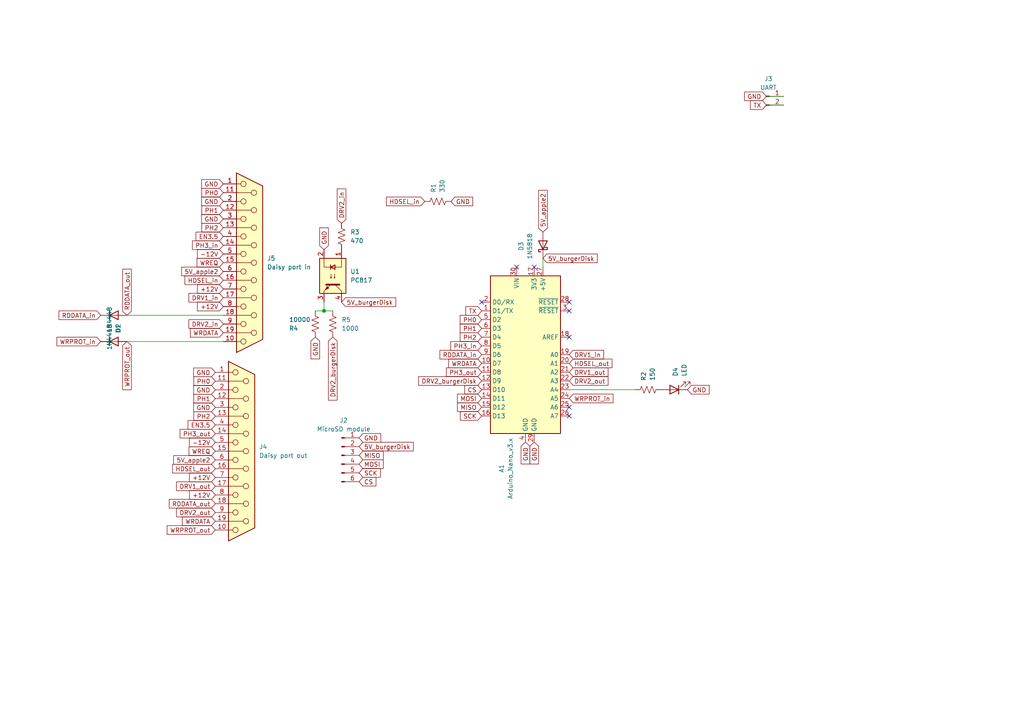
<source format=kicad_sch>
(kicad_sch (version 20250114) (generator "eeschema") (generator_version "9.0")
  (paper "A4")
  (lib_symbols
    (symbol "Connector:Conn_01x02_Pin" (pin_names (offset 1.016) (hide yes))
      (property "Reference" "J" (at 0 2.54 0))
      (property "Value" "Conn_01x02_Pin" (at 0 -5.08 0))
      (symbol "Conn_01x02_Pin_1_1"
        (rectangle (start 0.8636 0.127) (end 0 -0.127) (stroke (width 0.1524)) (fill (type outline)))
        (rectangle (start 0.8636 -2.413) (end 0 -2.667) (stroke (width 0.1524)) (fill (type outline)))
        (polyline (pts (xy 1.27 0) (xy 0.8636 0)) (stroke (width 0.1524)))
        (polyline (pts (xy 1.27 -2.54) (xy 0.8636 -2.54)) (stroke (width 0.1524)))
        (pin passive line (at 5.08 0 180) (length 3.81) (name "Pin_1") (number "1"))
        (pin passive line (at 5.08 -2.54 180) (length 3.81) (name "Pin_2") (number "2"))
      )
    )
    (symbol "Connector:Conn_01x06_Pin" (pin_names (offset 1.016) (hide yes))
      (property "Reference" "J" (at 0 7.62 0))
      (property "Value" "Conn_01x06_Pin" (at 0 -10.16 0))
      (symbol "Conn_01x06_Pin_1_1"
        (rectangle (start 0.8636 5.207) (end 0 4.953) (stroke (width 0.1524)) (fill (type outline)))
        (rectangle (start 0.8636 2.667) (end 0 2.413) (stroke (width 0.1524)) (fill (type outline)))
        (rectangle (start 0.8636 0.127) (end 0 -0.127) (stroke (width 0.1524)) (fill (type outline)))
        (rectangle (start 0.8636 -2.413) (end 0 -2.667) (stroke (width 0.1524)) (fill (type outline)))
        (rectangle (start 0.8636 -4.953) (end 0 -5.207) (stroke (width 0.1524)) (fill (type outline)))
        (rectangle (start 0.8636 -7.493) (end 0 -7.747) (stroke (width 0.1524)) (fill (type outline)))
        (polyline (pts (xy 1.27 5.08) (xy 0.8636 5.08)) (stroke (width 0.1524)))
        (polyline (pts (xy 1.27 2.54) (xy 0.8636 2.54)) (stroke (width 0.1524)))
        (polyline (pts (xy 1.27 0) (xy 0.8636 0)) (stroke (width 0.1524)))
        (polyline (pts (xy 1.27 -2.54) (xy 0.8636 -2.54)) (stroke (width 0.1524)))
        (polyline (pts (xy 1.27 -5.08) (xy 0.8636 -5.08)) (stroke (width 0.1524)))
        (polyline (pts (xy 1.27 -7.62) (xy 0.8636 -7.62)) (stroke (width 0.1524)))
        (pin passive line (at 5.08 5.08 180) (length 3.81) (name "Pin_1") (number "1"))
        (pin passive line (at 5.08 2.54 180) (length 3.81) (name "Pin_2") (number "2"))
        (pin passive line (at 5.08 0 180) (length 3.81) (name "Pin_3") (number "3"))
        (pin passive line (at 5.08 -2.54 180) (length 3.81) (name "Pin_4") (number "4"))
        (pin passive line (at 5.08 -5.08 180) (length 3.81) (name "Pin_5") (number "5"))
        (pin passive line (at 5.08 -7.62 180) (length 3.81) (name "Pin_6") (number "6"))
      )
    )
    (symbol "Device:LED" (pin_numbers (hide yes)) (pin_names (offset 1.016) (hide yes))
      (property "Reference" "D" (at 0 2.54 0))
      (property "Value" "LED" (at 0 -2.54 0))
      (symbol "LED_0_1"
        (polyline (pts (xy -3.048 -0.762) (xy -4.572 -2.286) (xy -3.81 -2.286) (xy -4.572 -2.286) (xy -4.572 -1.524)))
        (polyline (pts (xy -1.778 -0.762) (xy -3.302 -2.286) (xy -2.54 -2.286) (xy -3.302 -2.286) (xy -3.302 -1.524)))
        (polyline (pts (xy -1.27 0) (xy 1.27 0)))
        (polyline (pts (xy -1.27 -1.27) (xy -1.27 1.27)) (stroke (width 0.254)))
        (polyline (pts (xy 1.27 -1.27) (xy 1.27 1.27) (xy -1.27 0) (xy 1.27 -1.27)) (stroke (width 0.254)))
      )
      (symbol "LED_1_1"
        (pin passive line (at -3.81 0 0) (length 2.54) (name "K") (number "1"))
        (pin passive line (at 3.81 0 180) (length 2.54) (name "A") (number "2"))
      )
    )
    (symbol "Device:R_US" (pin_numbers (hide yes)) (pin_names (offset 0))
      (property "Reference" "R" (at 2.54 0 90))
      (property "Value" "R_US" (at -2.54 0 90))
      (symbol "R_US_0_1"
        (polyline (pts (xy 0 2.286) (xy 0 2.54)))
        (polyline (pts (xy 0 2.286) (xy 1.016 1.905) (xy 0 1.524) (xy -1.016 1.143) (xy 0 0.762)))
        (polyline (pts (xy 0 0.762) (xy 1.016 0.381) (xy 0 0) (xy -1.016 -0.381) (xy 0 -0.762)))
        (polyline (pts (xy 0 -0.762) (xy 1.016 -1.143) (xy 0 -1.524) (xy -1.016 -1.905) (xy 0 -2.286)))
        (polyline (pts (xy 0 -2.286) (xy 0 -2.54)))
      )
      (symbol "R_US_1_1"
        (pin passive line (at 0 3.81 270) (length 1.27) (name "~") (number "1"))
        (pin passive line (at 0 -3.81 90) (length 1.27) (name "~") (number "2"))
      )
    )
    (symbol "Diode:1N4448" (pin_numbers (hide yes)) (pin_names (hide yes))
      (property "Reference" "D" (at 0 2.54 0))
      (property "Value" "1N4448" (at 0 -2.54 0))
      (symbol "1N4448_0_1"
        (polyline (pts (xy -1.27 1.27) (xy -1.27 -1.27)) (stroke (width 0.254)))
        (polyline (pts (xy 1.27 1.27) (xy 1.27 -1.27) (xy -1.27 0) (xy 1.27 1.27)) (stroke (width 0.254)))
        (polyline (pts (xy 1.27 0) (xy -1.27 0)))
      )
      (symbol "1N4448_1_1"
        (pin passive line (at -3.81 0 0) (length 2.54) (name "K") (number "1"))
        (pin passive line (at 3.81 0 180) (length 2.54) (name "A") (number "2"))
      )
    )
    (symbol "Diode:1N5818" (pin_numbers (hide yes)) (pin_names (offset 1.016) (hide yes))
      (property "Reference" "D" (at 0 2.54 0))
      (property "Value" "1N5818" (at 0 -2.54 0))
      (symbol "1N5818_0_1"
        (polyline (pts (xy -1.905 0.635) (xy -1.905 1.27) (xy -1.27 1.27) (xy -1.27 -1.27) (xy -0.635 -1.27) (xy -0.635 -0.635)) (stroke (width 0.254)))
        (polyline (pts (xy 1.27 1.27) (xy 1.27 -1.27) (xy -1.27 0) (xy 1.27 1.27)) (stroke (width 0.254)))
        (polyline (pts (xy 1.27 0) (xy -1.27 0)))
      )
      (symbol "1N5818_1_1"
        (pin passive line (at -3.81 0 0) (length 2.54) (name "K") (number "1"))
        (pin passive line (at 3.81 0 180) (length 2.54) (name "A") (number "2"))
      )
    )
    (symbol "Isolator:PC817" (pin_names (offset 1.016))
      (property "Reference" "U" (at -5.08 5.08 0))
      (property "Value" "PC817" (at 0 5.08 0))
      (symbol "PC817_0_1"
        (rectangle (start -5.08 3.81) (end 5.08 -3.81) (stroke (width 0.254)) (fill (type background)))
        (polyline (pts (xy -5.08 2.54) (xy -2.54 2.54) (xy -2.54 -0.635)))
        (polyline (pts (xy -3.175 -0.635) (xy -1.905 -0.635)) (stroke (width 0.254)))
        (polyline (pts (xy -2.54 -0.635) (xy -2.54 -2.54) (xy -5.08 -2.54)))
        (polyline (pts (xy -2.54 -0.635) (xy -3.175 0.635) (xy -1.905 0.635) (xy -2.54 -0.635)) (stroke (width 0.254)))
        (polyline (pts (xy -0.508 0.508) (xy 0.762 0.508) (xy 0.381 0.381) (xy 0.381 0.635) (xy 0.762 0.508)))
        (polyline (pts (xy -0.508 -0.508) (xy 0.762 -0.508) (xy 0.381 -0.635) (xy 0.381 -0.381) (xy 0.762 -0.508)))
        (polyline (pts (xy 2.54 1.905) (xy 2.54 -1.905) (xy 2.54 -1.905)) (stroke (width 0.508)))
        (polyline (pts (xy 2.54 0.635) (xy 4.445 2.54)))
        (polyline (pts (xy 3.048 -1.651) (xy 3.556 -1.143) (xy 4.064 -2.159) (xy 3.048 -1.651) (xy 3.048 -1.651)) (fill (type outline)))
        (polyline (pts (xy 4.445 2.54) (xy 5.08 2.54)))
        (polyline (pts (xy 4.445 -2.54) (xy 2.54 -0.635)) (fill (type outline)))
        (polyline (pts (xy 4.445 -2.54) (xy 5.08 -2.54)))
      )
      (symbol "PC817_1_1"
        (pin passive line (at -7.62 2.54 0) (length 2.54) (name "~") (number "1"))
        (pin passive line (at -7.62 -2.54 0) (length 2.54) (name "~") (number "2"))
        (pin passive line (at 7.62 2.54 180) (length 2.54) (name "~") (number "4"))
        (pin passive line (at 7.62 -2.54 180) (length 2.54) (name "~") (number "3"))
      )
    )
    (symbol "MCU_Module:Arduino_Nano_v3.x"
      (property "Reference" "A" (at -10.16 23.495 0))
      (property "Value" "Arduino_Nano_v3.x" (at 5.08 -24.13 0))
      (symbol "Arduino_Nano_v3.x_0_1"
        (rectangle (start -10.16 22.86) (end 10.16 -22.86) (stroke (width 0.254)) (fill (type background)))
      )
      (symbol "Arduino_Nano_v3.x_1_1"
        (pin bidirectional line (at -12.7 15.24 0) (length 2.54) (name "D0/RX") (number "2"))
        (pin bidirectional line (at -12.7 12.7 0) (length 2.54) (name "D1/TX") (number "1"))
        (pin bidirectional line (at -12.7 10.16 0) (length 2.54) (name "D2") (number "5"))
        (pin bidirectional line (at -12.7 7.62 0) (length 2.54) (name "D3") (number "6"))
        (pin bidirectional line (at -12.7 5.08 0) (length 2.54) (name "D4") (number "7"))
        (pin bidirectional line (at -12.7 2.54 0) (length 2.54) (name "D5") (number "8"))
        (pin bidirectional line (at -12.7 0 0) (length 2.54) (name "D6") (number "9"))
        (pin bidirectional line (at -12.7 -2.54 0) (length 2.54) (name "D7") (number "10"))
        (pin bidirectional line (at -12.7 -5.08 0) (length 2.54) (name "D8") (number "11"))
        (pin bidirectional line (at -12.7 -7.62 0) (length 2.54) (name "D9") (number "12"))
        (pin bidirectional line (at -12.7 -10.16 0) (length 2.54) (name "D10") (number "13"))
        (pin bidirectional line (at -12.7 -12.7 0) (length 2.54) (name "D11") (number "14"))
        (pin bidirectional line (at -12.7 -15.24 0) (length 2.54) (name "D12") (number "15"))
        (pin bidirectional line (at -12.7 -17.78 0) (length 2.54) (name "D13") (number "16"))
        (pin power_in line (at -2.54 25.4 270) (length 2.54) (name "VIN") (number "30"))
        (pin power_in line (at 0 -25.4 90) (length 2.54) (name "GND") (number "4"))
        (pin power_out line (at 2.54 25.4 270) (length 2.54) (name "3V3") (number "17"))
        (pin power_in line (at 2.54 -25.4 90) (length 2.54) (name "GND") (number "29"))
        (pin power_out line (at 5.08 25.4 270) (length 2.54) (name "+5V") (number "27"))
        (pin input line (at 12.7 15.24 180) (length 2.54) (name "~{RESET}") (number "28"))
        (pin input line (at 12.7 12.7 180) (length 2.54) (name "~{RESET}") (number "3"))
        (pin input line (at 12.7 5.08 180) (length 2.54) (name "AREF") (number "18"))
        (pin bidirectional line (at 12.7 0 180) (length 2.54) (name "A0") (number "19"))
        (pin bidirectional line (at 12.7 -2.54 180) (length 2.54) (name "A1") (number "20"))
        (pin bidirectional line (at 12.7 -5.08 180) (length 2.54) (name "A2") (number "21"))
        (pin bidirectional line (at 12.7 -7.62 180) (length 2.54) (name "A3") (number "22"))
        (pin bidirectional line (at 12.7 -10.16 180) (length 2.54) (name "A4") (number "23"))
        (pin bidirectional line (at 12.7 -12.7 180) (length 2.54) (name "A5") (number "24"))
        (pin bidirectional line (at 12.7 -15.24 180) (length 2.54) (name "A6") (number "25"))
        (pin bidirectional line (at 12.7 -17.78 180) (length 2.54) (name "A7") (number "26"))
      )
    )
    (symbol "db19:DB19_Female" (pin_names (offset 1.016) (hide yes))
      (property "Reference" "J" (at 0 26.67 0))
      (property "Value" "DB19_Female" (at 0 -27.94 0))
      (symbol "DB19_Female_0_1"
        (polyline (pts (xy -3.81 26.035) (xy 3.81 22.225) (xy 3.81 -22.225) (xy -3.81 -26.035) (xy -3.81 26.035)) (stroke (width 0.254)) (fill (type background)))
        (polyline (pts (xy -3.81 22.86) (xy -2.54 22.86)))
        (polyline (pts (xy -3.81 20.32) (xy 0.508 20.32)))
        (polyline (pts (xy -3.81 17.78) (xy -2.54 17.78)))
        (polyline (pts (xy -3.81 15.24) (xy 0.508 15.24)))
        (polyline (pts (xy -3.81 12.7) (xy -2.54 12.7)))
        (polyline (pts (xy -3.81 10.16) (xy 0.508 10.16)))
        (polyline (pts (xy -3.81 7.62) (xy -2.54 7.62)))
        (polyline (pts (xy -3.81 5.08) (xy 0.508 5.08)))
        (polyline (pts (xy -3.81 2.54) (xy -2.54 2.54)))
        (polyline (pts (xy -3.81 0) (xy 0.508 0)))
        (polyline (pts (xy -3.81 -2.54) (xy -2.54 -2.54)))
        (polyline (pts (xy -3.81 -5.08) (xy 0.508 -5.08)))
        (polyline (pts (xy -3.81 -7.62) (xy -2.54 -7.62)))
        (polyline (pts (xy -3.81 -10.16) (xy 0.508 -10.16)))
        (polyline (pts (xy -3.81 -12.7) (xy -2.54 -12.7)))
        (polyline (pts (xy -3.81 -15.24) (xy 0.508 -15.24)))
        (polyline (pts (xy -3.81 -17.78) (xy -2.54 -17.78)))
        (polyline (pts (xy -3.81 -20.32) (xy 0.508 -20.32)))
        (polyline (pts (xy -3.81 -22.86) (xy -2.54 -22.86)))
        (circle (center -1.778 22.86) (radius 0.762))
        (circle (center -1.778 17.78) (radius 0.762))
        (circle (center -1.778 12.7) (radius 0.762))
        (circle (center -1.778 7.62) (radius 0.762))
        (circle (center -1.778 2.54) (radius 0.762))
        (circle (center -1.778 -2.54) (radius 0.762))
        (circle (center -1.778 -7.62) (radius 0.762))
        (circle (center -1.778 -12.7) (radius 0.762))
        (circle (center -1.778 -17.78) (radius 0.762))
        (circle (center -1.778 -22.86) (radius 0.762))
        (circle (center 1.27 20.32) (radius 0.762))
        (circle (center 1.27 15.24) (radius 0.762))
        (circle (center 1.27 10.16) (radius 0.762))
        (circle (center 1.27 5.08) (radius 0.762))
        (circle (center 1.27 0) (radius 0.762))
        (circle (center 1.27 -5.08) (radius 0.762))
        (circle (center 1.27 -10.16) (radius 0.762))
        (circle (center 1.27 -15.24) (radius 0.762))
        (circle (center 1.27 -20.32) (radius 0.762))
      )
      (symbol "DB19_Female_1_1"
        (pin passive line (at -7.62 22.86 0) (length 3.81) (name "1") (number "1"))
        (pin passive line (at -7.62 20.32 0) (length 3.81) (name "P11") (number "11"))
        (pin passive line (at -7.62 17.78 0) (length 3.81) (name "2") (number "2"))
        (pin passive line (at -7.62 15.24 0) (length 3.81) (name "P12") (number "12"))
        (pin passive line (at -7.62 12.7 0) (length 3.81) (name "3") (number "3"))
        (pin passive line (at -7.62 10.16 0) (length 3.81) (name "P13") (number "13"))
        (pin passive line (at -7.62 7.62 0) (length 3.81) (name "4") (number "4"))
        (pin passive line (at -7.62 5.08 0) (length 3.81) (name "P14") (number "14"))
        (pin passive line (at -7.62 2.54 0) (length 3.81) (name "5") (number "5"))
        (pin passive line (at -7.62 0 0) (length 3.81) (name "P15") (number "15"))
        (pin passive line (at -7.62 -2.54 0) (length 3.81) (name "6") (number "6"))
        (pin passive line (at -7.62 -5.08 0) (length 3.81) (name "P16") (number "16"))
        (pin passive line (at -7.62 -7.62 0) (length 3.81) (name "7") (number "7"))
        (pin passive line (at -7.62 -10.16 0) (length 3.81) (name "P17") (number "17"))
        (pin passive line (at -7.62 -12.7 0) (length 3.81) (name "8") (number "8"))
        (pin passive line (at -7.62 -15.24 0) (length 3.81) (name "P18") (number "18"))
        (pin passive line (at -7.62 -17.78 0) (length 3.81) (name "9") (number "9"))
        (pin passive line (at -7.62 -20.32 0) (length 3.81) (name "P19") (number "19"))
        (pin passive line (at -7.62 -22.86 0) (length 3.81) (name "10") (number "10"))
      )
    )
  )
  (junction (at 93.98 90.17))
  (no_connect (at 165.1 90.17))
  (no_connect (at 154.94 77.47))
  (no_connect (at 165.1 120.65))
  (no_connect (at 165.1 87.63))
  (no_connect (at 165.1 97.79))
  (no_connect (at 139.7 87.63))
  (no_connect (at 165.1 118.11))
  (no_connect (at 149.86 77.47))
  (wire (pts (xy 184.15 113.03) (xy 165.1 113.03)))
  (wire (pts (xy 91.44 90.17) (xy 93.98 90.17)))
  (wire (pts (xy 36.83 99.06) (xy 64.77 99.06)))
  (wire (pts (xy 93.98 87.63) (xy 93.98 90.17)))
  (wire (pts (xy 93.98 90.17) (xy 96.52 90.17)))
  (wire (pts (xy 36.83 91.44) (xy 64.77 91.44)))
  (wire (pts (xy 222.25 30.48) (xy 227.33 30.48)))
  (wire (pts (xy 157.48 74.93) (xy 157.48 77.47)))
  (wire (pts (xy 222.25 27.94) (xy 227.33 27.94)))
  (global_label "PH2" (shape input) (at 64.77 66.04 180) (property "Intersheetrefs" "${INTERSHEET_REFS}" (effects (hide yes))))
  (global_label "+12V" (shape input) (at 62.4586 143.5608 180) (property "Intersheetrefs" "${INTERSHEET_REFS}" (effects (hide yes))))
  (global_label "PH1" (shape input) (at 139.7 95.25 180) (property "Intersheetrefs" "${INTERSHEET_REFS}" (effects (hide yes))))
  (global_label "5V_burgerDisk" (shape input) (at 99.06 87.63 0) (property "Intersheetrefs" "${INTERSHEET_REFS}" (effects (hide yes))))
  (global_label "WRDATA" (shape input) (at 62.4586 151.1808 180) (property "Intersheetrefs" "${INTERSHEET_REFS}" (effects (hide yes))))
  (global_label "WRDATA" (shape input) (at 139.7 105.41 180) (property "Intersheetrefs" "${INTERSHEET_REFS}" (effects (hide yes))))
  (global_label "GND" (shape input) (at 64.77 58.42 180) (property "Intersheetrefs" "${INTERSHEET_REFS}" (effects (hide yes))))
  (global_label "GND" (shape input) (at 64.77 63.5 180) (property "Intersheetrefs" "${INTERSHEET_REFS}" (effects (hide yes))))
  (global_label "PH0" (shape input) (at 139.7 92.71 180) (property "Intersheetrefs" "${INTERSHEET_REFS}" (effects (hide yes))))
  (global_label "GND" (shape input) (at 152.4 128.27 270) (property "Intersheetrefs" "${INTERSHEET_REFS}" (effects (hide yes))))
  (global_label "-12V" (shape input) (at 62.4586 128.3208 180) (property "Intersheetrefs" "${INTERSHEET_REFS}" (effects (hide yes))))
  (global_label "DRV2_out" (shape input) (at 62.4586 148.6408 180) (property "Intersheetrefs" "${INTERSHEET_REFS}" (effects (hide yes))))
  (global_label "GND" (shape input) (at 62.4586 118.1608 180) (property "Intersheetrefs" "${INTERSHEET_REFS}" (effects (hide yes))))
  (global_label "WRPROT_in" (shape input) (at 29.21 99.06 180) (property "Intersheetrefs" "${INTERSHEET_REFS}" (effects (hide yes))))
  (global_label "DRV2_burgerDisk" (shape input) (at 96.52 97.79 270) (property "Intersheetrefs" "${INTERSHEET_REFS}" (effects (hide yes))))
  (global_label "GND" (shape input) (at 199.39 113.03 0) (property "Intersheetrefs" "${INTERSHEET_REFS}" (effects (hide yes))))
  (global_label "PH3_out" (shape input) (at 139.7 107.95 180) (property "Intersheetrefs" "${INTERSHEET_REFS}" (effects (hide yes))))
  (global_label "RDDATA_out" (shape input) (at 36.83 91.44 90) (property "Intersheetrefs" "${INTERSHEET_REFS}" (effects (hide yes))))
  (global_label "HDSEL_in" (shape input) (at 64.77 81.28 180) (property "Intersheetrefs" "${INTERSHEET_REFS}" (effects (hide yes))))
  (global_label "TX" (shape input) (at 139.7 90.17 180) (property "Intersheetrefs" "${INTERSHEET_REFS}" (effects (hide yes))))
  (global_label "GND" (shape input) (at 154.94 128.27 270) (property "Intersheetrefs" "${INTERSHEET_REFS}" (effects (hide yes))))
  (global_label "PH1" (shape input) (at 64.77 60.96 180) (property "Intersheetrefs" "${INTERSHEET_REFS}" (effects (hide yes))))
  (global_label "RDDATA_in" (shape input) (at 29.21 91.44 180) (property "Intersheetrefs" "${INTERSHEET_REFS}" (effects (hide yes))))
  (global_label "GND" (shape input) (at 130.81 58.42 0) (property "Intersheetrefs" "${INTERSHEET_REFS}" (effects (hide yes))))
  (global_label "HDSEL_out" (shape input) (at 62.4586 135.9408 180) (property "Intersheetrefs" "${INTERSHEET_REFS}" (effects (hide yes))))
  (global_label "PH0" (shape input) (at 64.77 55.88 180) (property "Intersheetrefs" "${INTERSHEET_REFS}" (effects (hide yes))))
  (global_label "5V_burgerDisk" (shape input) (at 157.48 74.93 0) (property "Intersheetrefs" "${INTERSHEET_REFS}" (effects (hide yes))))
  (global_label "PH2" (shape input) (at 139.7 97.79 180) (property "Intersheetrefs" "${INTERSHEET_REFS}" (effects (hide yes))))
  (global_label "DRV1_out" (shape input) (at 165.1 107.95 0) (property "Intersheetrefs" "${INTERSHEET_REFS}" (effects (hide yes))))
  (global_label "RDDATA_in" (shape input) (at 139.7 102.87 180) (property "Intersheetrefs" "${INTERSHEET_REFS}" (effects (hide yes))))
  (global_label "PH0" (shape input) (at 62.4586 110.5408 180) (property "Intersheetrefs" "${INTERSHEET_REFS}" (effects (hide yes))))
  (global_label "GND" (shape input) (at 91.44 97.79 270) (property "Intersheetrefs" "${INTERSHEET_REFS}" (effects (hide yes))))
  (global_label "DRV2_in" (shape input) (at 64.77 93.98 180) (property "Intersheetrefs" "${INTERSHEET_REFS}" (effects (hide yes))))
  (global_label "DRV1_in" (shape input) (at 64.77 86.36 180) (property "Intersheetrefs" "${INTERSHEET_REFS}" (effects (hide yes))))
  (global_label "HDSEL_out" (shape input) (at 165.1 105.41 0) (property "Intersheetrefs" "${INTERSHEET_REFS}" (effects (hide yes))))
  (global_label "DRV2_out" (shape input) (at 165.1 110.49 0) (property "Intersheetrefs" "${INTERSHEET_REFS}" (effects (hide yes))))
  (global_label "RDDATA_out" (shape input) (at 62.4586 146.1008 180) (property "Intersheetrefs" "${INTERSHEET_REFS}" (effects (hide yes))))
  (global_label "GND" (shape input) (at 64.77 53.34 180) (property "Intersheetrefs" "${INTERSHEET_REFS}" (effects (hide yes))))
  (global_label "DRV2_burgerDisk" (shape input) (at 139.7 110.49 180) (property "Intersheetrefs" "${INTERSHEET_REFS}" (effects (hide yes))))
  (global_label "5V_burgerDisk" (shape input) (at 104.14 129.54 0) (property "Intersheetrefs" "${INTERSHEET_REFS}" (effects (hide yes))))
  (global_label "HDSEL_in" (shape input) (at 123.19 58.42 180) (property "Intersheetrefs" "${INTERSHEET_REFS}" (effects (hide yes))))
  (global_label "PH3_in" (shape input) (at 139.7 100.33 180) (property "Intersheetrefs" "${INTERSHEET_REFS}" (effects (hide yes))))
  (global_label "GND" (shape input) (at 62.4586 108.0008 180) (property "Intersheetrefs" "${INTERSHEET_REFS}" (effects (hide yes))))
  (global_label "5V_apple2" (shape input) (at 62.4586 133.4008 180) (property "Intersheetrefs" "${INTERSHEET_REFS}" (effects (hide yes))))
  (global_label "SCK" (shape input) (at 104.14 137.16 0) (property "Intersheetrefs" "${INTERSHEET_REFS}" (effects (hide yes))))
  (global_label "TX" (shape input) (at 222.25 30.48 180) (property "Intersheetrefs" "${INTERSHEET_REFS}" (effects (hide yes))))
  (global_label "GND" (shape input) (at 62.4586 113.0808 180) (property "Intersheetrefs" "${INTERSHEET_REFS}" (effects (hide yes))))
  (global_label "-12V" (shape input) (at 64.77 73.66 180) (property "Intersheetrefs" "${INTERSHEET_REFS}" (effects (hide yes))))
  (global_label "MISO" (shape input) (at 139.7 118.11 180) (property "Intersheetrefs" "${INTERSHEET_REFS}" (effects (hide yes))))
  (global_label "WRDATA" (shape input) (at 64.77 96.52 180) (property "Intersheetrefs" "${INTERSHEET_REFS}" (effects (hide yes))))
  (global_label "PH3_in" (shape input) (at 64.77 71.12 180) (property "Intersheetrefs" "${INTERSHEET_REFS}" (effects (hide yes))))
  (global_label "WRPROT_out" (shape input) (at 36.83 99.06 270) (property "Intersheetrefs" "${INTERSHEET_REFS}" (effects (hide yes))))
  (global_label "+12V" (shape input) (at 64.77 88.9 180) (property "Intersheetrefs" "${INTERSHEET_REFS}" (effects (hide yes))))
  (global_label "DRV1_in" (shape input) (at 165.1 102.87 0) (property "Intersheetrefs" "${INTERSHEET_REFS}" (effects (hide yes))))
  (global_label "WREQ" (shape input) (at 62.4586 130.8608 180) (property "Intersheetrefs" "${INTERSHEET_REFS}" (effects (hide yes))))
  (global_label "DRV1_out" (shape input) (at 62.4586 141.0208 180) (property "Intersheetrefs" "${INTERSHEET_REFS}" (effects (hide yes))))
  (global_label "PH2" (shape input) (at 62.4586 120.7008 180) (property "Intersheetrefs" "${INTERSHEET_REFS}" (effects (hide yes))))
  (global_label "PH1" (shape input) (at 62.4586 115.6208 180) (property "Intersheetrefs" "${INTERSHEET_REFS}" (effects (hide yes))))
  (global_label "EN3.5" (shape input) (at 62.4586 123.2408 180) (property "Intersheetrefs" "${INTERSHEET_REFS}" (effects (hide yes))))
  (global_label "5V_apple2" (shape input) (at 157.48 67.31 90) (property "Intersheetrefs" "${INTERSHEET_REFS}" (effects (hide yes))))
  (global_label "CS" (shape input) (at 104.14 139.7 0) (property "Intersheetrefs" "${INTERSHEET_REFS}" (effects (hide yes))))
  (global_label "PH3_out" (shape input) (at 62.4586 125.7808 180) (property "Intersheetrefs" "${INTERSHEET_REFS}" (effects (hide yes))))
  (global_label "MISO" (shape input) (at 104.14 132.08 0) (property "Intersheetrefs" "${INTERSHEET_REFS}" (effects (hide yes))))
  (global_label "5V_apple2" (shape input) (at 64.77 78.74 180) (property "Intersheetrefs" "${INTERSHEET_REFS}" (effects (hide yes))))
  (global_label "GND" (shape input) (at 93.98 72.39 90) (property "Intersheetrefs" "${INTERSHEET_REFS}" (effects (hide yes))))
  (global_label "+12V" (shape input) (at 62.4586 138.4808 180) (property "Intersheetrefs" "${INTERSHEET_REFS}" (effects (hide yes))))
  (global_label "MOSI" (shape input) (at 139.7 115.57 180) (property "Intersheetrefs" "${INTERSHEET_REFS}" (effects (hide yes))))
  (global_label "GND" (shape input) (at 104.14 127 0) (property "Intersheetrefs" "${INTERSHEET_REFS}" (effects (hide yes))))
  (global_label "WRPROT_in" (shape input) (at 165.1 115.57 0) (property "Intersheetrefs" "${INTERSHEET_REFS}" (effects (hide yes))))
  (global_label "MOSI" (shape input) (at 104.14 134.62 0) (property "Intersheetrefs" "${INTERSHEET_REFS}" (effects (hide yes))))
  (global_label "WREQ" (shape input) (at 64.77 76.2 180) (property "Intersheetrefs" "${INTERSHEET_REFS}" (effects (hide yes))))
  (global_label "EN3.5" (shape input) (at 64.77 68.58 180) (property "Intersheetrefs" "${INTERSHEET_REFS}" (effects (hide yes))))
  (global_label "CS" (shape input) (at 139.7 113.03 180) (property "Intersheetrefs" "${INTERSHEET_REFS}" (effects (hide yes))))
  (global_label "WRPROT_out" (shape input) (at 62.4586 153.7208 180) (property "Intersheetrefs" "${INTERSHEET_REFS}" (effects (hide yes))))
  (global_label "SCK" (shape input) (at 139.7 120.65 180) (property "Intersheetrefs" "${INTERSHEET_REFS}" (effects (hide yes))))
  (global_label "DRV2_in" (shape input) (at 99.06 64.77 90) (property "Intersheetrefs" "${INTERSHEET_REFS}" (effects (hide yes))))
  (global_label "+12V" (shape input) (at 64.77 83.82 180) (property "Intersheetrefs" "${INTERSHEET_REFS}" (effects (hide yes))))
  (global_label "GND" (shape input) (at 222.25 27.94 180) (property "Intersheetrefs" "${INTERSHEET_REFS}" (effects (hide yes))))
  (symbol (lib_id "Connector:Conn_01x02_Pin") (at 222.25 27.94 0) (unit 1)
    (property "Reference" "J3" (at 222.885 22.86 0))
    (property "Value" "UART" (at 222.885 25.4 0))
    (property "Footprint" "Connector_PinHeader_2.54mm:PinHeader_1x02_P2.54mm_Vertical" (effects (hide yes)))
    (property "LCSC" "C6273326" (effects (hide yes)))
  )
  (symbol (lib_id "db19:DB19_Female") (at 70.0786 130.8608 0) (unit 1)
    (property "Reference" "J4" (at 75.1586 129.5908 0) (effects (justify left)))
    (property "Value" "Daisy port out" (at 75.1586 132.1308 0) (effects (justify left)))
    (property "Footprint" "DSUB-19-soldertype:DSUB-19_Female_EdgeMount_Pitch2.77mm" (effects (hide yes)))
  )
  (symbol (lib_id "Diode:1N4448") (at 33.02 99.06 0) (unit 1)
    (property "Reference" "D2" (at 34.29 96.52 90) (effects (justify left)))
    (property "Value" "1N4448" (at 31.75 96.52 90) (effects (justify left)))
    (property "Footprint" "Diode_THT:D_DO-35_SOD27_P7.62mm_Horizontal" (effects (hide yes)))
    (property "Datasheet" "https://assets.nexperia.com/documents/data-sheet/1N4148_1N4448.pdf" (effects (hide yes)))
    (property "Sim.Device" "D" (effects (hide yes)))
    (property "Sim.Pins" "1=K 2=A" (effects (hide yes)))
    (property "LCSC" "C258170" (effects (hide yes)))
  )
  (symbol (lib_id "Device:R_US") (at 91.44 93.98 180) (unit 1)
    (property "Reference" "R4" (at 83.82 95.25 0) (effects (justify right)))
    (property "Value" "10000" (at 83.82 92.71 0) (effects (justify right)))
    (property "Footprint" "Resistor_THT:R_Axial_DIN0207_L6.3mm_D2.5mm_P7.62mm_Horizontal" (effects (hide yes)))
    (property "LCSC" "C57436" (effects (hide yes)))
  )
  (symbol (lib_id "Connector:Conn_01x06_Pin") (at 99.06 132.08 0) (unit 1)
    (property "Reference" "J2" (at 99.695 121.92 0))
    (property "Value" "MicroSD module" (at 99.695 124.46 0))
    (property "Footprint" "Connector_PinHeader_2.54mm:PinHeader_1x06_P2.54mm_Vertical" (effects (hide yes)))
    (property "LCSC" "C6209271" (effects (hide yes)))
  )
  (symbol (lib_id "Device:R_US") (at 99.06 68.58 0) (unit 1)
    (property "Reference" "R3" (at 101.6 67.31 0) (effects (justify left)))
    (property "Value" "470" (at 101.6 69.85 0) (effects (justify left)))
    (property "Footprint" "Resistor_THT:R_Axial_DIN0309_L9.0mm_D3.2mm_P12.70mm_Horizontal" (effects (hide yes)))
    (property "LCSC" "C129899" (effects (hide yes)))
  )
  (symbol (lib_id "Device:LED") (at 195.58 113.03 180) (unit 1)
    (property "Reference" "D4" (at 195.8975 109.22 90) (effects (justify right)))
    (property "Value" "LED" (at 198.4375 109.22 90) (effects (justify right)))
    (property "Footprint" "Connector_PinHeader_2.54mm:PinHeader_1x02_P2.54mm_Vertical" (effects (hide yes)))
    (property "LCSC" "C6273326" (effects (hide yes)))
  )
  (symbol (lib_id "db19:DB19_Female") (at 72.39 76.2 0) (unit 1)
    (property "Reference" "J5" (at 77.47 74.93 0) (effects (justify left)))
    (property "Value" "Daisy port in" (at 77.47 77.47 0) (effects (justify left)))
    (property "Footprint" "DSUB-19-soldertype:DSUB-19_Male_EdgeMount_Pitch2.77mm" (effects (hide yes)))
  )
  (symbol (lib_id "Isolator:PC817") (at 96.52 80.01 270) (unit 1)
    (property "Reference" "U1" (at 101.6 78.74 90) (effects (justify left)))
    (property "Value" "PC817" (at 101.6 81.28 90) (effects (justify left)))
    (property "Footprint" "Package_DIP:DIP-4_W7.62mm" (effects (hide yes)))
    (property "Datasheet" "http://www.soselectronic.cz/a_info/resource/d/pc817.pdf" (effects (hide yes)))
    (property "LCSC" "C5350" (effects (hide yes)))
  )
  (symbol (lib_id "Device:R_US") (at 187.96 113.03 270) (unit 1)
    (property "Reference" "R2" (at 186.69 110.49 0) (effects (justify right)))
    (property "Value" "150" (at 189.23 110.49 0) (effects (justify right)))
    (property "Footprint" "Resistor_THT:R_Axial_DIN0207_L6.3mm_D2.5mm_P7.62mm_Horizontal" (effects (hide yes)))
    (property "LCSC" "C58668" (effects (hide yes)))
  )
  (symbol (lib_id "MCU_Module:Arduino_Nano_v3.x") (at 152.4 102.87 0) (unit 1)
    (property "Reference" "A1" (at 145.4719 135.89 90))
    (property "Value" "Arduino_Nano_v3.x" (at 148.0119 135.89 90))
    (property "Footprint" "Module:Arduino_Nano" (effects (hide yes)))
    (property "Datasheet" "http://www.mouser.com/pdfdocs/Gravitech_Arduino_Nano3_0.pdf" (effects (hide yes)))
  )
  (symbol (lib_id "Device:R_US") (at 127 58.42 270) (unit 1)
    (property "Reference" "R1" (at 125.73 55.88 0) (effects (justify right)))
    (property "Value" "330" (at 128.27 55.88 0) (effects (justify right)))
    (property "Footprint" "Resistor_THT:R_Axial_DIN0207_L6.3mm_D2.5mm_P7.62mm_Horizontal" (effects (hide yes)))
    (property "LCSC" "C58608" (effects (hide yes)))
  )
  (symbol (lib_id "Diode:1N5818") (at 157.48 71.12 90) (unit 1)
    (property "Reference" "D3" (at 151.13 71.4375 0))
    (property "Value" "1N5818" (at 153.67 71.4375 0))
    (property "Footprint" "Diode_THT:D_DO-41_SOD81_P7.62mm_Horizontal" (effects (hide yes)))
    (property "Datasheet" "http://www.vishay.com/docs/88525/1n5817.pdf" (effects (hide yes)))
    (property "LCSC" "C402217" (effects (hide yes)))
  )
  (symbol (lib_id "Device:R_US") (at 96.52 93.98 180) (unit 1)
    (property "Reference" "R5" (at 99.06 92.71 0) (effects (justify right)))
    (property "Value" "1000" (at 99.06 95.25 0) (effects (justify right)))
    (property "Footprint" "Resistor_THT:R_Axial_DIN0207_L6.3mm_D2.5mm_P7.62mm_Horizontal" (effects (hide yes)))
    (property "LCSC" "C57435" (effects (hide yes)))
  )
  (symbol (lib_id "Diode:1N4448") (at 33.02 91.44 0) (unit 1)
    (property "Reference" "D1" (at 34.29 93.98 90) (effects (justify right)))
    (property "Value" "1N4448" (at 31.75 93.98 90) (effects (justify right)))
    (property "Footprint" "Diode_THT:D_DO-35_SOD27_P7.62mm_Horizontal" (effects (hide yes)))
    (property "Datasheet" "https://assets.nexperia.com/documents/data-sheet/1N4148_1N4448.pdf" (effects (hide yes)))
    (property "Sim.Device" "D" (effects (hide yes)))
    (property "Sim.Pins" "1=K 2=A" (effects (hide yes)))
    (property "LCSC" "C258170" (effects (hide yes)))
  )
)
</source>
